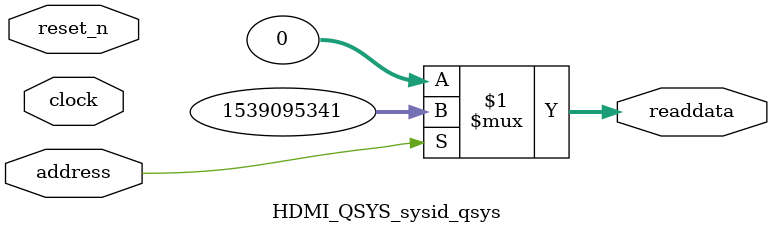
<source format=v>



// synthesis translate_off
`timescale 1ns / 1ps
// synthesis translate_on

// turn off superfluous verilog processor warnings 
// altera message_level Level1 
// altera message_off 10034 10035 10036 10037 10230 10240 10030 

module HDMI_QSYS_sysid_qsys (
               // inputs:
                address,
                clock,
                reset_n,

               // outputs:
                readdata
             )
;

  output  [ 31: 0] readdata;
  input            address;
  input            clock;
  input            reset_n;

  wire    [ 31: 0] readdata;
  //control_slave, which is an e_avalon_slave
  assign readdata = address ? 1539095341 : 0;

endmodule



</source>
